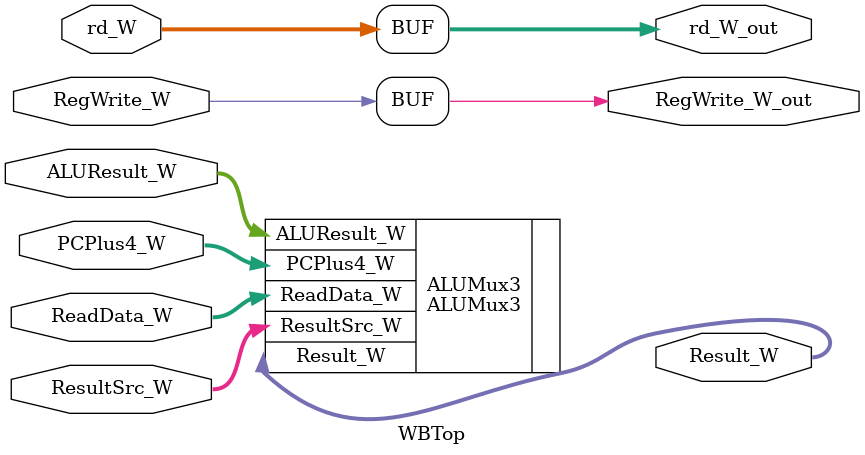
<source format=sv>
module WBTop (

    input logic RegWrite_W,
    input logic [1:0] ResultSrc_W,

    input logic [31:0] ReadData_W,
    input logic [31:0] ALUResult_W,
    input logic [31:0] PCPlus4_W,
    input logic [4:0] rd_W,

    output logic RegWrite_W_out,
    output logic [31:0] Result_W,
    output logic [4:0] rd_W_out
);

    ALUMux3 ALUMux3 (
        .ResultSrc_W(ResultSrc_W),
        .ALUResult_W(ALUResult_W),
        .ReadData_W(ReadData_W),
        .PCPlus4_W(PCPlus4_W),
        .Result_W(Result_W)
    );

    assign RegWrite_W_out = RegWrite_W;
    assign rd_W_out = rd_W;

endmodule

</source>
